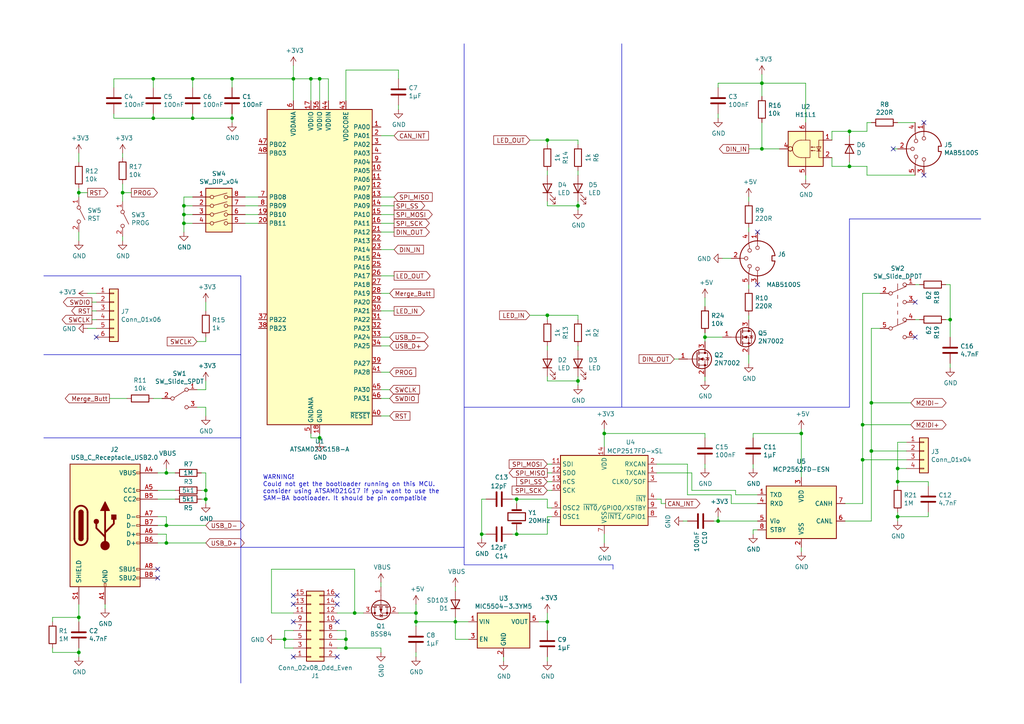
<source format=kicad_sch>
(kicad_sch (version 20230121) (generator eeschema)
  (paper "A4")
  (title_block (title "M2IDI - DIN") (date "2023-03-17") (rev "2.1"))
  (junction (at 55.88 22.86))
  (junction (at 53.34 59.69))
  (junction (at 158.75 40.64))
  (junction (at 53.34 62.23))
  (junction (at 48.26 137.16))
  (junction (at 100.33 185.42))
  (junction (at 167.64 59.69))
  (junction (at 139.7 154.94))
  (junction (at 82.55 185.42))
  (junction (at 100.33 187.96))
  (junction (at 44.45 22.86))
  (junction (at 48.26 157.48))
  (junction (at 67.31 22.86))
  (junction (at 120.65 177.8))
  (junction (at 260.35 149.86))
  (junction (at 22.86 179.07))
  (junction (at 220.98 24.13))
  (junction (at 250.19 133.35))
  (junction (at 250.19 123.19))
  (junction (at 120.65 180.34))
  (junction (at 67.31 34.29))
  (junction (at 102.87 177.8))
  (junction (at 132.08 180.34))
  (junction (at 275.59 92.71))
  (junction (at 90.17 22.86))
  (junction (at 22.86 55.88))
  (junction (at 59.69 142.24))
  (junction (at 55.88 34.29))
  (junction (at 252.73 116.84))
  (junction (at 35.56 55.88))
  (junction (at 220.98 43.18))
  (junction (at 59.69 144.78))
  (junction (at 167.64 110.49))
  (junction (at 53.34 64.77))
  (junction (at 260.35 135.89))
  (junction (at 246.38 38.1))
  (junction (at 92.71 127))
  (junction (at 44.45 34.29))
  (junction (at 158.75 180.34))
  (junction (at 208.28 151.13))
  (junction (at 204.47 97.79))
  (junction (at 246.38 48.26))
  (junction (at 92.71 22.86))
  (junction (at 149.86 144.78))
  (junction (at 252.73 130.81))
  (junction (at 175.26 125.73))
  (junction (at 48.26 152.4))
  (junction (at 260.35 139.7))
  (junction (at 22.86 189.23))
  (junction (at 85.09 22.86))
  (junction (at 149.86 154.94))
  (junction (at 158.75 91.44))
  (junction (at 232.41 125.73))
  (no_connect (at 85.09 175.26))
  (no_connect (at 265.43 97.79))
  (no_connect (at 267.97 50.8))
  (no_connect (at 219.71 82.55))
  (no_connect (at 97.79 172.72))
  (no_connect (at 45.72 165.1))
  (no_connect (at 97.79 190.5))
  (no_connect (at 97.79 175.26))
  (no_connect (at 27.94 97.79))
  (no_connect (at 267.97 35.56))
  (no_connect (at 85.09 180.34))
  (no_connect (at 265.43 87.63))
  (no_connect (at 259.08 43.18))
  (no_connect (at 219.71 67.31))
  (no_connect (at 97.79 180.34))
  (no_connect (at 85.09 172.72))
  (no_connect (at 85.09 190.5))
  (no_connect (at 45.72 167.64))
  (wire (pts (xy 204.47 86.36) (xy 204.47 88.9)))
  (wire (pts (xy 85.09 187.96) (xy 82.55 187.96)))
  (wire (pts (xy 175.26 157.48) (xy 175.26 154.94)))
  (wire (pts (xy 262.89 128.27) (xy 260.35 128.27)))
  (wire (pts (xy 250.19 123.19) (xy 264.16 123.19)))
  (wire (pts (xy 260.35 35.56) (xy 265.43 35.56)))
  (wire (pts (xy 220.98 35.56) (xy 220.98 43.18)))
  (wire (pts (xy 35.56 69.85) (xy 35.56 68.58)))
  (wire (pts (xy 113.03 115.57) (xy 110.49 115.57)))
  (wire (pts (xy 53.34 62.23) (xy 55.88 62.23)))
  (wire (pts (xy 100.33 185.42) (xy 100.33 187.96)))
  (wire (pts (xy 67.31 34.29) (xy 55.88 34.29)))
  (wire (pts (xy 82.55 187.96) (xy 82.55 185.42)))
  (wire (pts (xy 274.32 82.55) (xy 275.59 82.55)))
  (wire (pts (xy 246.38 46.99) (xy 246.38 48.26)))
  (wire (pts (xy 251.46 38.1) (xy 246.38 38.1)))
  (wire (pts (xy 275.59 92.71) (xy 274.32 92.71)))
  (wire (pts (xy 59.69 137.16) (xy 59.69 142.24)))
  (wire (pts (xy 59.69 110.49) (xy 59.69 113.03)))
  (wire (pts (xy 262.89 130.81) (xy 252.73 130.81)))
  (wire (pts (xy 262.89 133.35) (xy 250.19 133.35)))
  (wire (pts (xy 158.75 177.8) (xy 158.75 180.34)))
  (wire (pts (xy 100.33 20.32) (xy 100.33 29.21)))
  (wire (pts (xy 53.34 64.77) (xy 53.34 62.23)))
  (wire (pts (xy 22.86 189.23) (xy 22.86 190.5)))
  (wire (pts (xy 219.71 146.05) (xy 212.09 146.05)))
  (wire (pts (xy 260.35 43.18) (xy 259.08 43.18)))
  (wire (pts (xy 146.05 190.5) (xy 146.05 191.77)))
  (wire (pts (xy 232.41 160.02) (xy 232.41 158.75)))
  (wire (pts (xy 233.68 24.13) (xy 220.98 24.13)))
  (wire (pts (xy 53.34 67.31) (xy 53.34 64.77)))
  (wire (pts (xy 15.24 180.34) (xy 15.24 179.07)))
  (wire (pts (xy 158.75 91.44) (xy 167.64 91.44)))
  (wire (pts (xy 220.98 43.18) (xy 226.06 43.18)))
  (wire (pts (xy 246.38 48.26) (xy 241.3 48.26)))
  (wire (pts (xy 85.09 22.86) (xy 90.17 22.86)))
  (wire (pts (xy 97.79 177.8) (xy 102.87 177.8)))
  (wire (pts (xy 158.75 191.77) (xy 158.75 190.5)))
  (wire (pts (xy 148.59 144.78) (xy 149.86 144.78)))
  (wire (pts (xy 48.26 157.48) (xy 45.72 157.48)))
  (polyline (pts (xy 134.62 158.75) (xy 69.85 158.75)))
  (wire (pts (xy 158.75 50.8) (xy 158.75 49.53)))
  (wire (pts (xy 158.75 142.24) (xy 160.02 142.24)))
  (wire (pts (xy 219.71 143.51) (xy 213.36 143.51)))
  (wire (pts (xy 102.87 177.8) (xy 102.87 165.1)))
  (wire (pts (xy 260.35 128.27) (xy 260.35 135.89)))
  (wire (pts (xy 45.72 144.78) (xy 50.8 144.78)))
  (wire (pts (xy 175.26 124.46) (xy 175.26 125.73)))
  (wire (pts (xy 167.64 49.53) (xy 167.64 50.8)))
  (wire (pts (xy 115.57 20.32) (xy 100.33 20.32)))
  (wire (pts (xy 217.17 92.71) (xy 217.17 91.44)))
  (wire (pts (xy 57.15 99.06) (xy 59.69 99.06)))
  (wire (pts (xy 33.02 25.4) (xy 33.02 22.86)))
  (wire (pts (xy 275.59 92.71) (xy 275.59 97.79)))
  (wire (pts (xy 160.02 139.7) (xy 158.75 139.7)))
  (wire (pts (xy 245.11 146.05) (xy 250.19 146.05)))
  (wire (pts (xy 120.65 189.23) (xy 120.65 190.5)))
  (wire (pts (xy 44.45 22.86) (xy 55.88 22.86)))
  (wire (pts (xy 167.64 58.42) (xy 167.64 59.69)))
  (wire (pts (xy 269.24 140.97) (xy 269.24 139.7)))
  (polyline (pts (xy 12.7 80.01) (xy 69.85 80.01)))
  (wire (pts (xy 25.4 95.25) (xy 27.94 95.25)))
  (wire (pts (xy 265.43 50.8) (xy 251.46 50.8)))
  (wire (pts (xy 48.26 154.94) (xy 48.26 157.48)))
  (wire (pts (xy 212.09 146.05) (xy 212.09 143.51)))
  (wire (pts (xy 22.86 179.07) (xy 22.86 180.34)))
  (wire (pts (xy 218.44 125.73) (xy 232.41 125.73)))
  (wire (pts (xy 209.55 97.79) (xy 204.47 97.79)))
  (wire (pts (xy 167.64 40.64) (xy 167.64 41.91)))
  (wire (pts (xy 82.55 185.42) (xy 82.55 182.88)))
  (wire (pts (xy 252.73 130.81) (xy 252.73 151.13)))
  (wire (pts (xy 199.39 134.62) (xy 190.5 134.62)))
  (wire (pts (xy 35.56 44.45) (xy 35.56 45.72)))
  (wire (pts (xy 100.33 187.96) (xy 97.79 187.96)))
  (wire (pts (xy 55.88 33.02) (xy 55.88 34.29)))
  (wire (pts (xy 153.67 91.44) (xy 158.75 91.44)))
  (wire (pts (xy 149.86 144.78) (xy 158.75 144.78)))
  (wire (pts (xy 158.75 154.94) (xy 158.75 149.86)))
  (wire (pts (xy 114.3 90.17) (xy 110.49 90.17)))
  (wire (pts (xy 213.36 142.24) (xy 200.66 142.24)))
  (wire (pts (xy 252.73 35.56) (xy 251.46 35.56)))
  (wire (pts (xy 208.28 149.86) (xy 208.28 151.13)))
  (wire (pts (xy 156.21 180.34) (xy 158.75 180.34)))
  (polyline (pts (xy 12.7 127) (xy 69.85 127)))
  (wire (pts (xy 33.02 33.02) (xy 33.02 34.29)))
  (wire (pts (xy 204.47 125.73) (xy 175.26 125.73)))
  (wire (pts (xy 15.24 189.23) (xy 22.86 189.23)))
  (wire (pts (xy 59.69 142.24) (xy 58.42 142.24)))
  (wire (pts (xy 200.66 137.16) (xy 190.5 137.16)))
  (wire (pts (xy 85.09 22.86) (xy 85.09 29.21)))
  (wire (pts (xy 260.35 151.13) (xy 260.35 149.86)))
  (wire (pts (xy 191.77 146.05) (xy 191.77 144.78)))
  (wire (pts (xy 217.17 67.31) (xy 217.17 66.04)))
  (wire (pts (xy 132.08 185.42) (xy 132.08 180.34)))
  (polyline (pts (xy 177.8 163.83) (xy 177.8 165.1)))
  (wire (pts (xy 102.87 177.8) (xy 105.41 177.8)))
  (wire (pts (xy 153.67 40.64) (xy 158.75 40.64)))
  (wire (pts (xy 120.65 177.8) (xy 120.65 180.34)))
  (wire (pts (xy 46.99 115.57) (xy 44.45 115.57)))
  (wire (pts (xy 102.87 165.1) (xy 78.74 165.1)))
  (wire (pts (xy 33.02 22.86) (xy 44.45 22.86)))
  (wire (pts (xy 241.3 48.26) (xy 241.3 45.72)))
  (wire (pts (xy 45.72 154.94) (xy 48.26 154.94)))
  (wire (pts (xy 48.26 157.48) (xy 59.69 157.48)))
  (wire (pts (xy 55.88 64.77) (xy 53.34 64.77)))
  (wire (pts (xy 35.56 55.88) (xy 38.1 55.88)))
  (wire (pts (xy 58.42 137.16) (xy 59.69 137.16)))
  (wire (pts (xy 149.86 154.94) (xy 158.75 154.94)))
  (wire (pts (xy 35.56 58.42) (xy 35.56 55.88)))
  (wire (pts (xy 139.7 156.21) (xy 139.7 154.94)))
  (wire (pts (xy 208.28 33.02) (xy 208.28 34.29)))
  (wire (pts (xy 48.26 152.4) (xy 45.72 152.4)))
  (wire (pts (xy 198.12 151.13) (xy 199.39 151.13)))
  (wire (pts (xy 251.46 50.8) (xy 251.46 48.26)))
  (wire (pts (xy 265.43 92.71) (xy 266.7 92.71)))
  (wire (pts (xy 260.35 139.7) (xy 260.35 140.97)))
  (wire (pts (xy 22.86 175.26) (xy 22.86 179.07)))
  (wire (pts (xy 85.09 185.42) (xy 82.55 185.42)))
  (wire (pts (xy 218.44 135.89) (xy 218.44 134.62)))
  (wire (pts (xy 114.3 80.01) (xy 110.49 80.01)))
  (wire (pts (xy 45.72 142.24) (xy 50.8 142.24)))
  (wire (pts (xy 59.69 146.05) (xy 59.69 144.78)))
  (wire (pts (xy 44.45 34.29) (xy 44.45 33.02)))
  (wire (pts (xy 48.26 135.89) (xy 48.26 137.16)))
  (wire (pts (xy 114.3 67.31) (xy 110.49 67.31)))
  (wire (pts (xy 167.64 111.76) (xy 167.64 110.49)))
  (wire (pts (xy 139.7 154.94) (xy 139.7 144.78)))
  (wire (pts (xy 217.17 102.87) (xy 217.17 105.41)))
  (wire (pts (xy 44.45 25.4) (xy 44.45 22.86)))
  (wire (pts (xy 217.17 83.82) (xy 217.17 82.55)))
  (wire (pts (xy 232.41 125.73) (xy 232.41 138.43)))
  (wire (pts (xy 115.57 31.75) (xy 115.57 30.48)))
  (wire (pts (xy 241.3 38.1) (xy 241.3 40.64)))
  (wire (pts (xy 265.43 82.55) (xy 266.7 82.55)))
  (wire (pts (xy 22.86 55.88) (xy 25.4 55.88)))
  (wire (pts (xy 78.74 165.1) (xy 78.74 177.8)))
  (wire (pts (xy 208.28 151.13) (xy 219.71 151.13)))
  (wire (pts (xy 48.26 137.16) (xy 45.72 137.16)))
  (wire (pts (xy 90.17 125.73) (xy 90.17 127)))
  (wire (pts (xy 100.33 182.88) (xy 100.33 185.42)))
  (wire (pts (xy 26.67 87.63) (xy 27.94 87.63)))
  (wire (pts (xy 218.44 153.67) (xy 218.44 154.94)))
  (wire (pts (xy 110.49 187.96) (xy 110.49 189.23)))
  (wire (pts (xy 149.86 153.67) (xy 149.86 154.94)))
  (wire (pts (xy 30.48 176.53) (xy 30.48 175.26)))
  (wire (pts (xy 160.02 147.32) (xy 158.75 147.32)))
  (wire (pts (xy 199.39 143.51) (xy 199.39 134.62)))
  (wire (pts (xy 90.17 22.86) (xy 92.71 22.86)))
  (wire (pts (xy 92.71 22.86) (xy 95.25 22.86)))
  (wire (pts (xy 132.08 171.45) (xy 132.08 170.18)))
  (wire (pts (xy 95.25 22.86) (xy 95.25 29.21)))
  (wire (pts (xy 167.64 110.49) (xy 167.64 109.22)))
  (wire (pts (xy 208.28 24.13) (xy 208.28 25.4)))
  (wire (pts (xy 90.17 29.21) (xy 90.17 22.86)))
  (wire (pts (xy 252.73 95.25) (xy 252.73 116.84)))
  (wire (pts (xy 255.27 85.09) (xy 250.19 85.09)))
  (wire (pts (xy 67.31 25.4) (xy 67.31 22.86)))
  (wire (pts (xy 220.98 24.13) (xy 220.98 27.94)))
  (wire (pts (xy 135.89 185.42) (xy 132.08 185.42)))
  (wire (pts (xy 48.26 137.16) (xy 50.8 137.16)))
  (wire (pts (xy 59.69 118.11) (xy 57.15 118.11)))
  (wire (pts (xy 158.75 101.6) (xy 158.75 100.33)))
  (wire (pts (xy 67.31 22.86) (xy 85.09 22.86)))
  (wire (pts (xy 55.88 59.69) (xy 53.34 59.69)))
  (wire (pts (xy 71.12 64.77) (xy 74.93 64.77)))
  (wire (pts (xy 71.12 59.69) (xy 74.93 59.69)))
  (wire (pts (xy 204.47 109.22) (xy 204.47 110.49)))
  (wire (pts (xy 204.47 135.89) (xy 204.47 134.62)))
  (wire (pts (xy 204.47 97.79) (xy 204.47 99.06)))
  (wire (pts (xy 120.65 175.26) (xy 120.65 177.8)))
  (wire (pts (xy 120.65 180.34) (xy 132.08 180.34)))
  (wire (pts (xy 220.98 21.59) (xy 220.98 24.13)))
  (wire (pts (xy 22.86 54.61) (xy 22.86 55.88)))
  (wire (pts (xy 200.66 142.24) (xy 200.66 137.16)))
  (wire (pts (xy 110.49 97.79) (xy 113.03 97.79)))
  (wire (pts (xy 110.49 168.91) (xy 110.49 170.18)))
  (polyline (pts (xy 246.38 63.5) (xy 284.48 63.5)))
  (wire (pts (xy 67.31 33.02) (xy 67.31 34.29)))
  (wire (pts (xy 74.93 57.15) (xy 71.12 57.15)))
  (wire (pts (xy 45.72 149.86) (xy 48.26 149.86)))
  (wire (pts (xy 233.68 24.13) (xy 233.68 35.56)))
  (wire (pts (xy 158.75 40.64) (xy 167.64 40.64)))
  (wire (pts (xy 25.4 85.09) (xy 27.94 85.09)))
  (wire (pts (xy 158.75 110.49) (xy 158.75 109.22)))
  (wire (pts (xy 260.35 149.86) (xy 269.24 149.86)))
  (wire (pts (xy 158.75 59.69) (xy 158.75 58.42)))
  (wire (pts (xy 158.75 41.91) (xy 158.75 40.64)))
  (wire (pts (xy 82.55 185.42) (xy 80.01 185.42)))
  (polyline (pts (xy 69.85 80.01) (xy 69.85 198.12)))
  (wire (pts (xy 233.68 50.8) (xy 233.68 52.07)))
  (wire (pts (xy 208.28 24.13) (xy 220.98 24.13)))
  (wire (pts (xy 92.71 29.21) (xy 92.71 22.86)))
  (wire (pts (xy 55.88 25.4) (xy 55.88 22.86)))
  (wire (pts (xy 114.3 62.23) (xy 110.49 62.23)))
  (wire (pts (xy 33.02 34.29) (xy 44.45 34.29)))
  (wire (pts (xy 53.34 57.15) (xy 55.88 57.15)))
  (wire (pts (xy 246.38 39.37) (xy 246.38 38.1)))
  (wire (pts (xy 158.75 137.16) (xy 160.02 137.16)))
  (polyline (pts (xy 246.38 118.11) (xy 246.38 63.5)))
  (wire (pts (xy 140.97 154.94) (xy 139.7 154.94)))
  (wire (pts (xy 160.02 134.62) (xy 158.75 134.62)))
  (wire (pts (xy 55.88 34.29) (xy 44.45 34.29)))
  (wire (pts (xy 217.17 43.18) (xy 220.98 43.18)))
  (wire (pts (xy 15.24 187.96) (xy 15.24 189.23)))
  (wire (pts (xy 218.44 125.73) (xy 218.44 127)))
  (wire (pts (xy 26.67 90.17) (xy 27.94 90.17)))
  (wire (pts (xy 275.59 82.55) (xy 275.59 92.71)))
  (wire (pts (xy 113.03 100.33) (xy 110.49 100.33)))
  (wire (pts (xy 246.38 38.1) (xy 241.3 38.1)))
  (wire (pts (xy 59.69 90.17) (xy 59.69 87.63)))
  (wire (pts (xy 67.31 34.29) (xy 67.31 35.56)))
  (wire (pts (xy 269.24 139.7) (xy 260.35 139.7)))
  (wire (pts (xy 195.58 104.14) (xy 196.85 104.14)))
  (wire (pts (xy 208.28 151.13) (xy 207.01 151.13)))
  (wire (pts (xy 59.69 113.03) (xy 57.15 113.03)))
  (wire (pts (xy 78.74 177.8) (xy 85.09 177.8)))
  (wire (pts (xy 22.86 46.99) (xy 22.86 44.45)))
  (wire (pts (xy 260.35 135.89) (xy 260.35 139.7)))
  (wire (pts (xy 110.49 72.39) (xy 114.3 72.39)))
  (wire (pts (xy 158.75 92.71) (xy 158.75 91.44)))
  (wire (pts (xy 167.64 59.69) (xy 167.64 60.96)))
  (wire (pts (xy 113.03 120.65) (xy 110.49 120.65)))
  (wire (pts (xy 92.71 127) (xy 92.71 125.73)))
  (wire (pts (xy 232.41 124.46) (xy 232.41 125.73)))
  (wire (pts (xy 48.26 149.86) (xy 48.26 152.4)))
  (wire (pts (xy 97.79 182.88) (xy 100.33 182.88)))
  (wire (pts (xy 59.69 120.65) (xy 59.69 118.11)))
  (wire (pts (xy 59.69 144.78) (xy 58.42 144.78)))
  (wire (pts (xy 22.86 189.23) (xy 22.86 187.96)))
  (wire (pts (xy 27.94 92.71) (xy 26.67 92.71)))
  (wire (pts (xy 59.69 99.06) (xy 59.69 97.79)))
  (wire (pts (xy 209.55 74.93) (xy 212.09 74.93)))
  (wire (pts (xy 250.19 85.09) (xy 250.19 123.19)))
  (wire (pts (xy 252.73 116.84) (xy 252.73 130.81)))
  (wire (pts (xy 158.75 147.32) (xy 158.75 144.78)))
  (wire (pts (xy 191.77 144.78) (xy 190.5 144.78)))
  (wire (pts (xy 90.17 127) (xy 92.71 127)))
  (wire (pts (xy 251.46 35.56) (xy 251.46 38.1)))
  (wire (pts (xy 22.86 69.85) (xy 22.86 67.31)))
  (wire (pts (xy 219.71 153.67) (xy 218.44 153.67)))
  (wire (pts (xy 120.65 180.34) (xy 120.65 181.61)))
  (wire (pts (xy 35.56 53.34) (xy 35.56 55.88)))
  (polyline (pts (xy 69.85 102.87) (xy 12.7 102.87)))
  (wire (pts (xy 113.03 85.09) (xy 110.49 85.09)))
  (wire (pts (xy 132.08 179.07) (xy 132.08 180.34)))
  (wire (pts (xy 213.36 143.51) (xy 213.36 142.24)))
  (wire (pts (xy 114.3 57.15) (xy 110.49 57.15)))
  (wire (pts (xy 22.86 57.15) (xy 22.86 55.88)))
  (wire (pts (xy 110.49 59.69) (xy 114.3 59.69)))
  (wire (pts (xy 275.59 106.68) (xy 275.59 105.41)))
  (wire (pts (xy 167.64 59.69) (xy 158.75 59.69)))
  (wire (pts (xy 251.46 48.26) (xy 246.38 48.26)))
  (wire (pts (xy 48.26 152.4) (xy 59.69 152.4)))
  (wire (pts (xy 175.26 125.73) (xy 175.26 129.54)))
  (wire (pts (xy 217.17 57.15) (xy 217.17 58.42)))
  (wire (pts (xy 158.75 180.34) (xy 158.75 182.88)))
  (wire (pts (xy 167.64 91.44) (xy 167.64 92.71)))
  (wire (pts (xy 245.11 151.13) (xy 252.73 151.13)))
  (wire (pts (xy 85.09 19.05) (xy 85.09 22.86)))
  (polyline (pts (xy 134.62 12.7) (xy 134.62 163.83)))
  (wire (pts (xy 158.75 149.86) (xy 160.02 149.86)))
  (wire (pts (xy 167.64 100.33) (xy 167.64 101.6)))
  (polyline (pts (xy 180.34 118.11) (xy 180.34 12.7)))
  (wire (pts (xy 255.27 95.25) (xy 252.73 95.25)))
  (wire (pts (xy 100.33 187.96) (xy 110.49 187.96)))
  (wire (pts (xy 110.49 39.37) (xy 114.3 39.37)))
  (wire (pts (xy 148.59 154.94) (xy 149.86 154.94)))
  (wire (pts (xy 139.7 144.78) (xy 140.97 144.78)))
  (wire (pts (xy 59.69 144.78) (xy 59.69 142.24)))
  (wire (pts (xy 55.88 22.86) (xy 67.31 22.86)))
  (wire (pts (xy 53.34 59.69) (xy 53.34 57.15)))
  (wire (pts (xy 36.83 115.57) (xy 31.75 115.57)))
  (wire (pts (xy 193.04 146.05) (xy 191.77 146.05)))
  (wire (pts (xy 92.71 128.27) (xy 92.71 127)))
  (wire (pts (xy 260.35 135.89) (xy 262.89 135.89)))
  (wire (pts (xy 260.35 149.86) (xy 260.35 148.59)))
  (wire (pts (xy 204.47 96.52) (xy 204.47 97.79)))
  (wire (pts (xy 115.57 177.8) (xy 120.65 177.8)))
  (polyline (pts (xy 134.62 163.83) (xy 177.8 163.83)))
  (wire (pts (xy 204.47 127) (xy 204.47 125.73)))
  (wire (pts (xy 132.08 180.34) (xy 135.89 180.34)))
  (wire (pts (xy 250.19 123.19) (xy 250.19 133.35)))
  (wire (pts (xy 250.19 133.35) (xy 250.19 146.05)))
  (wire (pts (xy 15.24 179.07) (xy 22.86 179.07)))
  (wire (pts (xy 149.86 146.05) (xy 149.86 144.78)))
  (wire (pts (xy 74.93 62.23) (xy 71.12 62.23)))
  (wire (pts (xy 113.03 107.95) (xy 110.49 107.95)))
  (wire (pts (xy 110.49 113.03) (xy 113.03 113.03)))
  (wire (pts (xy 115.57 22.86) (xy 115.57 20.32)))
  (polyline (pts (xy 134.62 118.11) (xy 246.38 118.11)))
  (wire (pts (xy 167.64 110.49) (xy 158.75 110.49)))
  (wire (pts (xy 82.55 182.88) (xy 85.09 182.88)))
  (wire (pts (xy 114.3 64.77) (xy 110.49 64.77)))
  (wire (pts (xy 53.34 62.23) (xy 53.34 59.69)))
  (wire (pts (xy 252.73 116.84) (xy 264.16 116.84)))
  (wire (pts (xy 97.79 185.42) (xy 100.33 185.42)))
  (wire (pts (xy 269.24 149.86) (xy 269.24 148.59)))
  (wire (pts (xy 212.09 143.51) (xy 199.39 143.51)))
  (text "WARNING!\nCould not get the bootloader running on this MCU.\nconsider using ATSAMD21G17 if you want to use the \nSAM-BA bootloader. It should be pin compatible" (at 76.2 145.415 0) (effects (font (size 1.27 1.27)) (justify left bottom)))
  (global_label "SPI_MISO" (shape input) (at 114.3 57.15 0) (property "Intersheetrefs" "${INTERSHEET_REFS}" (effects hide)))
  (global_label "SPI_SS" (shape input) (at 158.75 139.7 180) (property "Intersheetrefs" "${INTERSHEET_REFS}" (effects hide)))
  (global_label "SWDIO" (shape input) (at 113.03 115.57 0) (property "Intersheetrefs" "${INTERSHEET_REFS}" (effects hide)))
  (global_label "CAN_INT" (shape output) (at 193.04 146.05 0) (property "Intersheetrefs" "${INTERSHEET_REFS}" (effects hide)))
  (global_label "USB_D-" (shape bidirectional) (at 113.03 97.79 0) (property "Intersheetrefs" "${INTERSHEET_REFS}" (effects hide)))
  (global_label "SWDIO" (shape output) (at 26.67 87.63 180) (property "Intersheetrefs" "${INTERSHEET_REFS}" (effects hide)))
  (global_label "CAN_INT" (shape input) (at 114.3 39.37 0) (property "Intersheetrefs" "${INTERSHEET_REFS}" (effects hide)))
  (global_label "Merge_Butt" (shape input) (at 113.03 85.09 0) (property "Intersheetrefs" "${INTERSHEET_REFS}" (effects hide)))
  (global_label "DIN_OUT" (shape input) (at 195.58 104.14 180) (property "Intersheetrefs" "${INTERSHEET_REFS}" (effects hide)))
  (global_label "PROG" (shape output) (at 38.1 55.88 0) (property "Intersheetrefs" "${INTERSHEET_REFS}" (effects hide)))
  (global_label "RST" (shape output) (at 26.67 90.17 180) (property "Intersheetrefs" "${INTERSHEET_REFS}" (effects hide)))
  (global_label "USB_D+" (shape bidirectional) (at 113.03 100.33 0) (property "Intersheetrefs" "${INTERSHEET_REFS}" (effects hide)))
  (global_label "RST" (shape input) (at 113.03 120.65 0) (property "Intersheetrefs" "${INTERSHEET_REFS}" (effects hide)))
  (global_label "LED_IN" (shape input) (at 153.67 91.44 180) (property "Intersheetrefs" "${INTERSHEET_REFS}" (effects hide)))
  (global_label "SWCLK" (shape input) (at 57.15 99.06 180) (property "Intersheetrefs" "${INTERSHEET_REFS}" (effects hide)))
  (global_label "DIN_IN" (shape input) (at 114.3 72.39 0) (property "Intersheetrefs" "${INTERSHEET_REFS}" (effects hide)))
  (global_label "DIN_OUT" (shape output) (at 114.3 67.31 0) (property "Intersheetrefs" "${INTERSHEET_REFS}" (effects hide)))
  (global_label "LED_OUT" (shape input) (at 153.67 40.64 180) (property "Intersheetrefs" "${INTERSHEET_REFS}" (effects hide)))
  (global_label "Merge_Butt" (shape output) (at 31.75 115.57 180) (property "Intersheetrefs" "${INTERSHEET_REFS}" (effects hide)))
  (global_label "SWCLK" (shape output) (at 26.67 92.71 180) (property "Intersheetrefs" "${INTERSHEET_REFS}" (effects hide)))
  (global_label "RST" (shape output) (at 25.4 55.88 0) (property "Intersheetrefs" "${INTERSHEET_REFS}" (effects hide)))
  (global_label "M2IDI+" (shape bidirectional) (at 264.16 123.19 0) (property "Intersheetrefs" "${INTERSHEET_REFS}" (effects hide)))
  (global_label "SPI_MOSI" (shape input) (at 158.75 134.62 180) (property "Intersheetrefs" "${INTERSHEET_REFS}" (effects hide)))
  (global_label "LED_IN" (shape output) (at 114.3 90.17 0) (property "Intersheetrefs" "${INTERSHEET_REFS}" (effects hide)))
  (global_label "DIN_IN" (shape output) (at 217.17 43.18 180) (property "Intersheetrefs" "${INTERSHEET_REFS}" (effects hide)))
  (global_label "LED_OUT" (shape output) (at 114.3 80.01 0) (property "Intersheetrefs" "${INTERSHEET_REFS}" (effects hide)))
  (global_label "USB_D-" (shape bidirectional) (at 59.69 152.4 0) (property "Intersheetrefs" "${INTERSHEET_REFS}" (effects hide)))
  (global_label "SPI_MISO" (shape output) (at 158.75 137.16 180) (property "Intersheetrefs" "${INTERSHEET_REFS}" (effects hide)))
  (global_label "USB_D+" (shape bidirectional) (at 59.69 157.48 0) (property "Intersheetrefs" "${INTERSHEET_REFS}" (effects hide)))
  (global_label "M2IDI-" (shape bidirectional) (at 264.16 116.84 0) (property "Intersheetrefs" "${INTERSHEET_REFS}" (effects hide)))
  (global_label "SPI_SCK" (shape output) (at 114.3 64.77 0) (property "Intersheetrefs" "${INTERSHEET_REFS}" (effects hide)))
  (global_label "SWCLK" (shape input) (at 113.03 113.03 0) (property "Intersheetrefs" "${INTERSHEET_REFS}" (effects hide)))
  (global_label "SPI_SCK" (shape input) (at 158.75 142.24 180) (property "Intersheetrefs" "${INTERSHEET_REFS}" (effects hide)))
  (global_label "SPI_SS" (shape output) (at 114.3 59.69 0) (property "Intersheetrefs" "${INTERSHEET_REFS}" (effects hide)))
  (global_label "PROG" (shape input) (at 113.03 107.95 0) (property "Intersheetrefs" "${INTERSHEET_REFS}" (effects hide)))
  (global_label "SPI_MOSI" (shape output) (at 114.3 62.23 0) (property "Intersheetrefs" "${INTERSHEET_REFS}" (effects hide)))
  (symbol (lib_id "power:GND") (at 92.71 128.27 0) (unit 1)
    (property "Reference" "#PWR0102" (effects hide))
    (property "Value" "GND" (at 92.837 132.6642 0))
  )
  (symbol (lib_id "power:GND") (at 233.68 52.07 0) (unit 1)
    (property "Reference" "#PWR0103" (effects hide))
    (property "Value" "GND" (at 233.807 56.4642 0))
  )
  (symbol (lib_id "Device:D") (at 246.38 43.18 270) (unit 1)
    (property "Reference" "D6" (at 248.412 42.0116 90) (effects (justify left)))
    (property "Value" "D" (at 248.412 44.323 90) (effects (justify left)))
    (property "Footprint" "Diode_SMD:D_SOD-323_HandSoldering" (effects hide))
  )
  (symbol (lib_id "Device:R") (at 256.54 35.56 270) (unit 1)
    (property "Reference" "R8" (at 256.54 30.3022 90))
    (property "Value" "220R" (at 256.54 32.6136 90))
    (property "Footprint" "Resistor_SMD:R_0603_1608Metric" (effects hide))
  )
  (symbol (lib_id "power:GND") (at 209.55 74.93 270) (unit 1)
    (property "Reference" "#PWR0104" (effects hide))
    (property "Value" "GND" (at 206.2988 75.057 90) (effects (justify right)))
  )
  (symbol (lib_id "Connector:DIN-5_180degree") (at 267.97 43.18 90) (mirror x) (unit 1)
    (property "Reference" "J5" (at 273.812 42.0116 90) (effects (justify right)))
    (property "Value" "MAB5100S" (at 273.812 44.323 90) (effects (justify right)))
    (property "Footprint" "Custom_FP:DIN-5_Hirschmann" (effects hide))
    (property "Datasheet" "http://www.mouser.com/ds/2/18/40_c091_abd_e-75918.pdf" (effects hide))
  )
  (symbol (lib_id "Connector:DIN-5_180degree") (at 219.71 74.93 90) (mirror x) (unit 1)
    (property "Reference" "J6" (at 225.552 73.7616 90) (effects (justify right)))
    (property "Value" "MAB5100S" (at 222.25 82.55 90) (effects (justify right)))
    (property "Footprint" "Custom_FP:DIN-5_Hirschmann" (effects hide))
    (property "Datasheet" "http://www.mouser.com/ds/2/18/40_c091_abd_e-75918.pdf" (effects hide))
  )
  (symbol (lib_id "power:GND") (at 59.69 120.65 0) (unit 1)
    (property "Reference" "#PWR0110" (effects hide))
    (property "Value" "GND" (at 59.817 125.0442 0))
  )
  (symbol (lib_id "Device:R") (at 217.17 62.23 0) (unit 1)
    (property "Reference" "R9" (at 218.948 61.0616 0) (effects (justify left)))
    (property "Value" "220R" (at 218.948 63.373 0) (effects (justify left)))
    (property "Footprint" "Resistor_SMD:R_0603_1608Metric" (effects hide))
  )
  (symbol (lib_id "Device:R") (at 217.17 87.63 0) (unit 1)
    (property "Reference" "R10" (at 218.948 86.4616 0) (effects (justify left)))
    (property "Value" "220R" (at 218.948 88.773 0) (effects (justify left)))
    (property "Footprint" "Resistor_SMD:R_0603_1608Metric" (effects hide))
  )
  (symbol (lib_id "power:GND") (at 217.17 105.41 0) (unit 1)
    (property "Reference" "#PWR0107" (effects hide))
    (property "Value" "GND" (at 217.297 109.8042 0))
  )
  (symbol (lib_id "Device:LED") (at 158.75 105.41 90) (unit 1)
    (property "Reference" "D2" (at 161.7472 104.4194 90) (effects (justify right)))
    (property "Value" "LED" (at 161.7472 106.7308 90) (effects (justify right)))
    (property "Footprint" "LED_THT:LED_D3.0mm" (effects hide))
  )
  (symbol (lib_id "Device:LED") (at 158.75 54.61 90) (unit 1)
    (property "Reference" "D4" (at 161.7472 53.6194 90) (effects (justify right)))
    (property "Value" "LED" (at 161.7472 55.9308 90) (effects (justify right)))
    (property "Footprint" "LED_THT:LED_D3.0mm" (effects hide))
  )
  (symbol (lib_id "Device:R") (at 167.64 96.52 180) (unit 1)
    (property "Reference" "R2" (at 172.8978 96.52 90))
    (property "Value" "1k" (at 170.5864 96.52 90))
    (property "Footprint" "Resistor_SMD:R_0603_1608Metric" (effects hide))
  )
  (symbol (lib_id "Device:R") (at 167.64 45.72 180) (unit 1)
    (property "Reference" "R6" (at 172.8978 45.72 90))
    (property "Value" "1k" (at 170.5864 45.72 90))
    (property "Footprint" "Resistor_SMD:R_0603_1608Metric" (effects hide))
  )
  (symbol (lib_id "power:GND") (at 167.64 60.96 0) (unit 1)
    (property "Reference" "#PWR0111" (effects hide))
    (property "Value" "GND" (at 167.767 65.3542 0))
  )
  (symbol (lib_id "power:GND") (at 167.64 111.76 0) (unit 1)
    (property "Reference" "#PWR0112" (effects hide))
    (property "Value" "GND" (at 167.767 116.1542 0))
  )
  (symbol (lib_id "Device:LED") (at 167.64 105.41 90) (unit 1)
    (property "Reference" "D3" (at 170.6372 104.4194 90) (effects (justify right)))
    (property "Value" "LED" (at 170.6372 106.7308 90) (effects (justify right)))
    (property "Footprint" "LED_THT:LED_D3.0mm" (effects hide))
  )
  (symbol (lib_id "Device:LED") (at 167.64 54.61 90) (unit 1)
    (property "Reference" "D5" (at 170.6372 53.6194 90) (effects (justify right)))
    (property "Value" "LED" (at 170.6372 55.9308 90) (effects (justify right)))
    (property "Footprint" "LED_THT:LED_D3.0mm" (effects hide))
  )
  (symbol (lib_id "Switch:SW_SPDT") (at 52.07 115.57 0) (unit 1)
    (property "Reference" "SW1" (at 52.07 108.331 0))
    (property "Value" "SW_Slide_SPDT" (at 52.07 110.6424 0))
    (property "Footprint" "Custom_FP:SlideSwitch-SS12D10" (effects hide))
  )
  (symbol (lib_id "Connector_Generic:Conn_02x08_Odd_Even") (at 90.17 182.88 0) (mirror x) (unit 1)
    (property "Reference" "J1" (at 91.44 196.0118 0))
    (property "Value" "Conn_02x08_Odd_Even" (at 91.44 193.7004 0))
    (property "Footprint" "Custom_FP:Header_2x8_Shrouded_SMD" (effects hide))
  )
  (symbol (lib_id "Device:C") (at 67.31 29.21 0) (unit 1)
    (property "Reference" "C1" (at 70.231 28.0416 0) (effects (justify left)))
    (property "Value" "100nF" (at 70.231 30.353 0) (effects (justify left)))
    (property "Footprint" "Capacitor_SMD:C_0603_1608Metric" (effects hide))
  )
  (symbol (lib_id "Device:R") (at 40.64 115.57 270) (unit 1)
    (property "Reference" "R11" (at 40.64 110.3122 90))
    (property "Value" "10k" (at 40.64 112.6236 90))
    (property "Footprint" "Resistor_SMD:R_0603_1608Metric" (effects hide))
  )
  (symbol (lib_id "power:GND") (at 110.49 189.23 0) (unit 1)
    (property "Reference" "#PWR0116" (effects hide))
    (property "Value" "GND" (at 110.617 192.4812 90) (effects (justify right)))
  )
  (symbol (lib_id "power:GND") (at 80.01 185.42 270) (unit 1)
    (property "Reference" "#PWR0117" (effects hide))
    (property "Value" "GND" (at 76.7588 185.547 90) (effects (justify right)))
  )
  (symbol (lib_id "power:+5V") (at 120.65 175.26 0) (unit 1)
    (property "Reference" "#PWR0118" (effects hide))
    (property "Value" "+5V" (at 121.031 170.8658 0))
  )
  (symbol (lib_id "power:GND") (at 120.65 190.5 0) (unit 1)
    (property "Reference" "#PWR0119" (effects hide))
    (property "Value" "GND" (at 120.777 194.8942 0))
  )
  (symbol (lib_id "power:GND") (at 67.31 35.56 0) (unit 1)
    (property "Reference" "#PWR0120" (effects hide))
    (property "Value" "GND" (at 67.437 39.9542 0))
  )
  (symbol (lib_id "Device:C") (at 208.28 29.21 0) (unit 1)
    (property "Reference" "C3" (at 211.201 28.0416 0) (effects (justify left)))
    (property "Value" "100nF" (at 211.201 30.353 0) (effects (justify left)))
    (property "Footprint" "Capacitor_SMD:C_0603_1608Metric" (effects hide))
  )
  (symbol (lib_id "power:GND") (at 208.28 34.29 0) (unit 1)
    (property "Reference" "#PWR0121" (effects hide))
    (property "Value" "GND" (at 208.407 38.6842 0))
  )
  (symbol (lib_id "Device:R") (at 220.98 31.75 0) (unit 1)
    (property "Reference" "R16" (at 222.758 30.5816 0) (effects (justify left)))
    (property "Value" "10k" (at 222.758 32.893 0) (effects (justify left)))
    (property "Footprint" "Resistor_SMD:R_0603_1608Metric" (effects hide))
  )
  (symbol (lib_id "MCU_Microchip_SAMD:ATSAMD21G15B-A") (at 92.71 77.47 0) (mirror y) (unit 1)
    (property "Reference" "U1" (at 92.71 127.9906 0))
    (property "Value" "ATSAMD21G15B-A" (at 92.71 130.302 0))
    (property "Footprint" "Package_QFP:TQFP-48_7x7mm_P0.5mm" (effects hide))
    (property "Datasheet" "http://ww1.microchip.com/downloads/en/DeviceDoc/SAM_D21_DA1_Family_Data%20Sheet_DS40001882E.pdf" (effects hide))
  )
  (symbol (lib_id "power:+3V3") (at 59.69 110.49 0) (unit 1)
    (property "Reference" "#PWR0106" (effects hide))
    (property "Value" "+3V3" (at 60.071 106.0958 0))
  )
  (symbol (lib_id "power:+3V3") (at 220.98 21.59 0) (unit 1)
    (property "Reference" "#PWR0108" (effects hide))
    (property "Value" "+3V3" (at 221.361 17.1958 0))
  )
  (symbol (lib_id "power:+3V3") (at 85.09 19.05 0) (unit 1)
    (property "Reference" "#PWR0113" (effects hide))
    (property "Value" "+3V3" (at 85.471 14.6558 0))
  )
  (symbol (lib_id "Regulator_Linear:MIC5504-3.3YM5") (at 146.05 182.88 0) (unit 1)
    (property "Reference" "U3" (at 146.05 173.5582 0))
    (property "Value" "MIC5504-3.3YM5" (at 146.05 175.8696 0))
    (property "Footprint" "Package_TO_SOT_SMD:SOT-23-5" (effects hide))
    (property "Datasheet" "http://ww1.microchip.com/downloads/en/DeviceDoc/MIC550X.pdf" (effects hide))
  )
  (symbol (lib_id "power:+3V3") (at 158.75 177.8 0) (unit 1)
    (property "Reference" "#PWR0114" (effects hide))
    (property "Value" "+3V3" (at 159.131 173.4058 0))
  )
  (symbol (lib_id "power:GND") (at 146.05 191.77 0) (unit 1)
    (property "Reference" "#PWR0115" (effects hide))
    (property "Value" "GND" (at 146.177 196.1642 0))
  )
  (symbol (lib_id "power:GND") (at 158.75 191.77 0) (unit 1)
    (property "Reference" "#PWR0122" (effects hide))
    (property "Value" "GND" (at 158.877 196.1642 0))
  )
  (symbol (lib_id "Device:C") (at 158.75 186.69 0) (unit 1)
    (property "Reference" "C9" (at 161.671 185.5216 0) (effects (justify left)))
    (property "Value" "1µF" (at 161.671 187.833 0) (effects (justify left)))
    (property "Footprint" "Capacitor_SMD:C_0603_1608Metric" (effects hide))
  )
  (symbol (lib_id "Device:C") (at 120.65 185.42 0) (unit 1)
    (property "Reference" "C8" (at 123.571 184.2516 0) (effects (justify left)))
    (property "Value" "1µF" (at 123.571 186.563 0) (effects (justify left)))
    (property "Footprint" "Capacitor_SMD:C_0603_1608Metric" (effects hide))
  )
  (symbol (lib_id "Device:R") (at 158.75 45.72 180) (unit 1)
    (property "Reference" "R14" (at 164.0078 45.72 90))
    (property "Value" "1k" (at 161.6964 45.72 90))
    (property "Footprint" "Resistor_SMD:R_0603_1608Metric" (effects hide))
  )
  (symbol (lib_id "Device:R") (at 158.75 96.52 180) (unit 1)
    (property "Reference" "R13" (at 164.0078 96.52 90))
    (property "Value" "1k" (at 161.6964 96.52 90))
    (property "Footprint" "Resistor_SMD:R_0603_1608Metric" (effects hide))
  )
  (symbol (lib_id "Connector_Generic:Conn_01x06") (at 33.02 90.17 0) (unit 1)
    (property "Reference" "J7" (at 35.052 90.3732 0) (effects (justify left)))
    (property "Value" "Conn_01x06" (at 35.052 92.6846 0) (effects (justify left)))
    (property "Footprint" "Custom_FP:TSM103-DH" (effects hide))
  )
  (symbol (lib_id "Connector:USB_C_Receptacle_USB2.0") (at 30.48 152.4 0) (unit 1)
    (property "Reference" "J2" (at 33.1978 130.3782 0))
    (property "Value" "USB_C_Receptacle_USB2.0" (at 33.1978 132.6896 0))
    (property "Footprint" "Connector_USB:USB_C_Receptacle_HRO_TYPE-C-31-M-12" (effects hide))
    (property "Datasheet" "https://www.usb.org/sites/default/files/documents/usb_type-c.zip" (effects hide))
  )
  (symbol (lib_id "power:VBUS") (at 132.08 170.18 0) (unit 1)
    (property "Reference" "#PWR0123" (effects hide))
    (property "Value" "VBUS" (at 132.461 165.7858 0))
  )
  (symbol (lib_id "power:VBUS") (at 48.26 135.89 0) (unit 1)
    (property "Reference" "#PWR0124" (effects hide))
    (property "Value" "VBUS" (at 48.641 131.4958 0))
  )
  (symbol (lib_id "Device:R") (at 54.61 142.24 270) (unit 1)
    (property "Reference" "R3" (at 54.61 139.7 90))
    (property "Value" "5k1" (at 54.61 142.24 90))
    (property "Footprint" "Resistor_SMD:R_0603_1608Metric" (effects hide))
  )
  (symbol (lib_id "Device:R") (at 54.61 144.78 270) (unit 1)
    (property "Reference" "R5" (at 54.61 147.32 90))
    (property "Value" "5k1" (at 54.61 144.78 90))
    (property "Footprint" "Resistor_SMD:R_0603_1608Metric" (effects hide))
  )
  (symbol (lib_id "power:GND") (at 59.69 146.05 0) (unit 1)
    (property "Reference" "#PWR0125" (effects hide))
    (property "Value" "GND" (at 59.817 150.4442 0))
  )
  (symbol (lib_id "power:GND") (at 30.48 176.53 0) (unit 1)
    (property "Reference" "#PWR0126" (effects hide))
    (property "Value" "GND" (at 30.607 180.9242 0))
  )
  (symbol (lib_id "Device:R") (at 15.24 184.15 0) (unit 1)
    (property "Reference" "R1" (at 17.018 182.9816 0) (effects (justify left)))
    (property "Value" "1M" (at 17.018 185.293 0) (effects (justify left)))
    (property "Footprint" "Resistor_SMD:R_0603_1608Metric" (effects hide))
  )
  (symbol (lib_id "Device:C") (at 22.86 184.15 0) (unit 1)
    (property "Reference" "C2" (at 25.781 182.9816 0) (effects (justify left)))
    (property "Value" "4.7nF" (at 25.781 185.293 0) (effects (justify left)))
    (property "Footprint" "Capacitor_SMD:C_0603_1608Metric" (effects hide))
  )
  (symbol (lib_id "power:GND") (at 22.86 190.5 0) (unit 1)
    (property "Reference" "#PWR0127" (effects hide))
    (property "Value" "GND" (at 22.987 194.8942 0))
  )
  (symbol (lib_id "Device:C") (at 55.88 29.21 0) (unit 1)
    (property "Reference" "C6" (at 58.801 28.0416 0) (effects (justify left)))
    (property "Value" "100nF" (at 58.801 30.353 0) (effects (justify left)))
    (property "Footprint" "Capacitor_SMD:C_0603_1608Metric" (effects hide))
  )
  (symbol (lib_id "Device:C") (at 44.45 29.21 0) (unit 1)
    (property "Reference" "C5" (at 47.371 28.0416 0) (effects (justify left)))
    (property "Value" "100nF" (at 47.371 30.353 0) (effects (justify left)))
    (property "Footprint" "Capacitor_SMD:C_0603_1608Metric" (effects hide))
  )
  (symbol (lib_id "Device:C") (at 115.57 26.67 0) (unit 1)
    (property "Reference" "C7" (at 118.491 25.5016 0) (effects (justify left)))
    (property "Value" "1µF" (at 118.491 27.813 0) (effects (justify left)))
    (property "Footprint" "Capacitor_SMD:C_0603_1608Metric" (effects hide))
  )
  (symbol (lib_id "power:GND") (at 115.57 31.75 0) (unit 1)
    (property "Reference" "#PWR0128" (effects hide))
    (property "Value" "GND" (at 115.697 36.1442 0))
  )
  (symbol (lib_id "Device:C") (at 33.02 29.21 0) (unit 1)
    (property "Reference" "C4" (at 35.941 28.0416 0) (effects (justify left)))
    (property "Value" "100nF" (at 35.941 30.353 0) (effects (justify left)))
    (property "Footprint" "Capacitor_SMD:C_0603_1608Metric" (effects hide))
  )
  (symbol (lib_id "Device:D") (at 132.08 175.26 90) (unit 1)
    (property "Reference" "D1" (at 130.048 176.4284 90) (effects (justify left)))
    (property "Value" "SD103" (at 130.048 174.117 90) (effects (justify left)))
    (property "Footprint" "Diode_SMD:D_SOD-323_HandSoldering" (effects hide))
  )
  (symbol (lib_id "power:+3V3") (at 22.86 44.45 0) (unit 1)
    (property "Reference" "#PWR0129" (effects hide))
    (property "Value" "+3V3" (at 23.241 40.0558 0))
  )
  (symbol (lib_id "Device:R") (at 22.86 50.8 0) (unit 1)
    (property "Reference" "R12" (at 24.638 49.6316 0) (effects (justify left)))
    (property "Value" "10k" (at 24.638 51.943 0) (effects (justify left)))
    (property "Footprint" "Resistor_SMD:R_0603_1608Metric" (effects hide))
  )
  (symbol (lib_id "power:+3V3") (at 25.4 85.09 90) (unit 1)
    (property "Reference" "#PWR0130" (effects hide))
    (property "Value" "+3V3" (at 22.1488 84.709 90) (effects (justify left)))
  )
  (symbol (lib_id "power:GND") (at 25.4 95.25 270) (unit 1)
    (property "Reference" "#PWR0131" (effects hide))
    (property "Value" "GND" (at 22.1488 95.377 90) (effects (justify right)))
  )
  (symbol (lib_id "Device:C") (at 275.59 101.6 0) (unit 1)
    (property "Reference" "C16" (at 278.511 100.4316 0) (effects (justify left)))
    (property "Value" "4.7nF" (at 278.511 102.743 0) (effects (justify left)))
    (property "Footprint" "Capacitor_SMD:C_0603_1608Metric" (effects hide))
  )
  (symbol (lib_id "Device:R") (at 59.69 93.98 0) (unit 1)
    (property "Reference" "R15" (at 61.468 92.8116 0) (effects (justify left)))
    (property "Value" "1k" (at 61.468 95.123 0) (effects (justify left)))
    (property "Footprint" "Resistor_SMD:R_0603_1608Metric" (effects hide))
  )
  (symbol (lib_id "power:+3V3") (at 59.69 87.63 0) (unit 1)
    (property "Reference" "#PWR0101" (effects hide))
    (property "Value" "+3V3" (at 60.071 83.2358 0))
  )
  (symbol (lib_id "Device:R") (at 270.51 82.55 270) (unit 1)
    (property "Reference" "R18" (at 271.6784 84.328 0) (effects (justify left)))
    (property "Value" "62" (at 269.367 84.328 0) (effects (justify left)))
    (property "Footprint" "Resistor_SMD:R_0805_2012Metric" (effects hide))
  )
  (symbol (lib_id "Device:R") (at 270.51 92.71 270) (unit 1)
    (property "Reference" "R19" (at 271.6784 94.488 0) (effects (justify left)))
    (property "Value" "62" (at 269.367 94.488 0) (effects (justify left)))
    (property "Footprint" "Resistor_SMD:R_0805_2012Metric" (effects hide))
  )
  (symbol (lib_id "Switch:SW_Push_DPDT") (at 260.35 90.17 0) (unit 1)
    (property "Reference" "SW2" (at 260.35 77.851 0))
    (property "Value" "SW_Slide_DPDT" (at 260.35 80.1624 0))
    (property "Footprint" "Custom_FP:SlideDPDT_JS202011" (effects hide))
  )
  (symbol (lib_id "power:GND") (at 275.59 106.68 0) (unit 1)
    (property "Reference" "#PWR0105" (effects hide))
    (property "Value" "GND" (at 275.717 111.0742 0))
  )
  (symbol (lib_id "Interface_CAN_LIN:MCP2517FD-xSL") (at 175.26 142.24 0) (unit 1)
    (property "Reference" "U4" (at 182.88 128.27 0))
    (property "Value" "MCP2517FD-xSL" (at 184.15 130.81 0))
    (property "Footprint" "Package_SO:SOIC-14_3.9x8.7mm_P1.27mm" (effects hide))
    (property "Datasheet" "https://ww1.microchip.com/downloads/en/DeviceDoc/20005688A.pdf" (effects hide))
  )
  (symbol (lib_id "power:+5V") (at 232.41 124.46 0) (unit 1)
    (property "Reference" "#PWR0132" (effects hide))
    (property "Value" "+5V" (at 232.791 120.0658 0))
  )
  (symbol (lib_id "power:GND") (at 232.41 160.02 0) (unit 1)
    (property "Reference" "#PWR0133" (effects hide))
    (property "Value" "GND" (at 232.537 164.4142 0))
  )
  (symbol (lib_id "Interface_CAN_LIN:MCP2562-E-SN") (at 232.41 148.59 0) (unit 1)
    (property "Reference" "U5" (at 232.41 133.8326 0))
    (property "Value" "MCP2562FD-ESN" (at 232.41 136.144 0))
    (property "Footprint" "Package_SO:SOIC-8_3.9x4.9mm_P1.27mm" (effects hide))
    (property "Datasheet" "http://ww1.microchip.com/downloads/en/DeviceDoc/25167A.pdf" (effects hide))
  )
  (symbol (lib_id "power:GND") (at 175.26 157.48 0) (unit 1)
    (property "Reference" "#PWR0135" (effects hide))
    (property "Value" "GND" (at 175.387 161.8742 0))
  )
  (symbol (lib_id "Device:C") (at 203.2 151.13 270) (unit 1)
    (property "Reference" "C10" (at 204.3684 154.051 0) (effects (justify left)))
    (property "Value" "100nF" (at 202.057 154.051 0) (effects (justify left)))
    (property "Footprint" "Capacitor_SMD:C_0603_1608Metric" (effects hide))
  )
  (symbol (lib_id "power:GND") (at 218.44 154.94 0) (unit 1)
    (property "Reference" "#PWR05" (effects hide))
    (property "Value" "GND" (at 218.567 159.3342 0))
  )
  (symbol (lib_id "power:+3V3") (at 208.28 149.86 0) (unit 1)
    (property "Reference" "#PWR04" (effects hide))
    (property "Value" "+3V3" (at 208.661 145.4658 0))
  )
  (symbol (lib_id "power:GND") (at 198.12 151.13 270) (unit 1)
    (property "Reference" "#PWR0136" (effects hide))
    (property "Value" "GND" (at 193.7258 151.257 0))
  )
  (symbol (lib_id "Device:C") (at 204.47 130.81 0) (unit 1)
    (property "Reference" "C15" (at 207.391 129.6416 0) (effects (justify left)))
    (property "Value" "100nF" (at 207.391 131.953 0) (effects (justify left)))
    (property "Footprint" "Capacitor_SMD:C_0603_1608Metric" (effects hide))
  )
  (symbol (lib_id "power:GND") (at 204.47 135.89 0) (unit 1)
    (property "Reference" "#PWR03" (effects hide))
    (property "Value" "GND" (at 204.597 140.2842 0))
  )
  (symbol (lib_id "power:+3V3") (at 175.26 124.46 0) (unit 1)
    (property "Reference" "#PWR02" (effects hide))
    (property "Value" "+3V3" (at 175.641 120.0658 0))
  )
  (symbol (lib_id "Device:Crystal") (at 149.86 149.86 270) (unit 1)
    (property "Reference" "Y1" (at 153.1874 148.6916 90) (effects (justify left)))
    (property "Value" "20MHz" (at 153.1874 151.003 90) (effects (justify left)))
    (property "Footprint" "Custom_FP:Crystal_2pin_2.0x2.5mm" (effects hide))
  )
  (symbol (lib_id "Device:C") (at 144.78 144.78 270) (unit 1)
    (property "Reference" "C13" (at 143.51 138.43 90) (effects (justify left)))
    (property "Value" "12pF" (at 142.24 140.97 90) (effects (justify left)))
    (property "Footprint" "Capacitor_SMD:C_0603_1608Metric" (effects hide))
  )
  (symbol (lib_id "Device:C") (at 144.78 154.94 270) (unit 1)
    (property "Reference" "C14" (at 143.51 161.29 90) (effects (justify left)))
    (property "Value" "12pF" (at 142.24 158.75 90) (effects (justify left)))
    (property "Footprint" "Capacitor_SMD:C_0603_1608Metric" (effects hide))
  )
  (symbol (lib_id "power:GND") (at 139.7 156.21 0) (unit 1)
    (property "Reference" "#PWR01" (effects hide))
    (property "Value" "GND" (at 139.827 160.6042 0))
  )
  (symbol (lib_id "Connector_Generic:Conn_01x04") (at 267.97 130.81 0) (unit 1)
    (property "Reference" "J3" (at 270.002 131.0132 0) (effects (justify left)))
    (property "Value" "Conn_01x04" (at 270.002 133.3246 0) (effects (justify left)))
    (property "Footprint" "Custom_FP:MicroMatch_04_Vertical_SMD_Lock" (effects hide))
  )
  (symbol (lib_id "Device:R") (at 260.35 144.78 0) (unit 1)
    (property "Reference" "R21" (at 262.128 143.6116 0) (effects (justify left)))
    (property "Value" "1M" (at 262.128 145.923 0) (effects (justify left)))
    (property "Footprint" "Resistor_SMD:R_0603_1608Metric" (effects hide))
  )
  (symbol (lib_id "Device:C") (at 269.24 144.78 0) (unit 1)
    (property "Reference" "C12" (at 272.161 143.6116 0) (effects (justify left)))
    (property "Value" "4.7nF" (at 272.161 145.923 0) (effects (justify left)))
    (property "Footprint" "Capacitor_SMD:C_0603_1608Metric" (effects hide))
  )
  (symbol (lib_id "power:GND") (at 260.35 151.13 0) (unit 1)
    (property "Reference" "#PWR0137" (effects hide))
    (property "Value" "GND" (at 260.477 155.5242 0))
  )
  (symbol (lib_id "Device:C") (at 218.44 130.81 0) (unit 1)
    (property "Reference" "C11" (at 221.361 129.6416 0) (effects (justify left)))
    (property "Value" "1µF" (at 221.361 131.953 0) (effects (justify left)))
    (property "Footprint" "Capacitor_SMD:C_0603_1608Metric" (effects hide))
  )
  (symbol (lib_id "power:GND") (at 218.44 135.89 0) (unit 1)
    (property "Reference" "#PWR0138" (effects hide))
    (property "Value" "GND" (at 218.567 140.2842 0))
  )
  (symbol (lib_id "Switch:SW_SPST") (at 22.86 62.23 270) (unit 1)
    (property "Reference" "SW5" (at 25.3492 61.0616 90) (effects (justify left)))
    (property "Value" "RST" (at 25.3492 63.373 90) (effects (justify left)))
    (property "Footprint" "Custom_FP:Tactile_angled_5x5.4_SMD" (effects hide))
  )
  (symbol (lib_id "Switch:SW_SPST") (at 35.56 63.5 270) (unit 1)
    (property "Reference" "SW3" (at 38.0492 62.3316 90) (effects (justify left)))
    (property "Value" "PROG" (at 38.0492 64.643 90) (effects (justify left)))
    (property "Footprint" "Custom_FP:Tactile_angled_5x5.4_SMD" (effects hide))
  )
  (symbol (lib_id "power:GND") (at 22.86 69.85 0) (unit 1)
    (property "Reference" "#PWR0134" (effects hide))
    (property "Value" "GND" (at 22.987 74.2442 0))
  )
  (symbol (lib_id "power:GND") (at 35.56 69.85 0) (unit 1)
    (property "Reference" "#PWR0139" (effects hide))
    (property "Value" "GND" (at 35.687 74.2442 0))
  )
  (symbol (lib_id "Device:R") (at 35.56 49.53 0) (unit 1)
    (property "Reference" "R17" (at 37.338 48.3616 0) (effects (justify left)))
    (property "Value" "10k" (at 37.338 50.673 0) (effects (justify left)))
    (property "Footprint" "Resistor_SMD:R_0603_1608Metric" (effects hide))
  )
  (symbol (lib_id "power:+3V3") (at 35.56 44.45 0) (unit 1)
    (property "Reference" "#PWR0140" (effects hide))
    (property "Value" "+3V3" (at 35.941 40.0558 0))
  )
  (symbol (lib_id "Switch:SW_DIP_x04") (at 63.5 62.23 0) (unit 1)
    (property "Reference" "SW4" (at 63.5 50.3682 0))
    (property "Value" "SW_DIP_x04" (at 63.5 52.6796 0))
    (property "Footprint" "Button_Switch_SMD:SW_DIP_SPSTx04_Slide_Copal_CHS-04B_W7.62mm_P1.27mm" (effects hide))
  )
  (symbol (lib_id "power:GND") (at 53.34 67.31 0) (unit 1)
    (property "Reference" "#PWR0141" (effects hide))
    (property "Value" "GND" (at 53.467 71.7042 0))
  )
  (symbol (lib_id "Device:R") (at 54.61 137.16 270) (unit 1)
    (property "Reference" "R7" (at 54.61 134.62 90))
    (property "Value" "1M" (at 54.61 137.16 90))
    (property "Footprint" "Resistor_SMD:R_0603_1608Metric" (effects hide))
  )
  (symbol (lib_id "Transistor_FET:BSS84") (at 110.49 175.26 90) (mirror x) (unit 1)
    (property "Reference" "Q1" (at 110.49 181.5846 90))
    (property "Value" "BSS84" (at 110.49 183.896 90))
    (property "Footprint" "Package_TO_SOT_SMD:SOT-23" (effects hide))
    (property "Datasheet" "http://assets.nexperia.com/documents/data-sheet/BSS84.pdf" (effects hide))
  )
  (symbol (lib_id "power:VBUS") (at 110.49 168.91 0) (unit 1)
    (property "Reference" "#PWR0142" (effects hide))
    (property "Value" "VBUS" (at 110.871 164.5158 0))
  )
  (symbol (lib_id "Isolator:H11L1") (at 233.68 43.18 0) (mirror y) (unit 1)
    (property "Reference" "U2" (at 233.68 30.9626 0))
    (property "Value" "H11L1" (at 233.68 33.274 0))
    (property "Footprint" "Package_DIP:DIP-6_W7.62mm_SMDSocket_SmallPads" (effects hide))
    (property "Datasheet" "https://www.onsemi.com/pub/Collateral/H11L3M-D.PDF" (effects hide))
  )
  (symbol (lib_id "power:+5V") (at 217.17 57.15 0) (unit 1)
    (property "Reference" "#PWR014" (effects hide))
    (property "Value" "+5V" (at 217.551 52.7558 0))
  )
  (symbol (lib_id "Transistor_FET:2N7002") (at 214.63 97.79 0) (unit 1)
    (property "Reference" "Q5" (at 219.8116 96.6216 0) (effects (justify left)))
    (property "Value" "2N7002" (at 219.8116 98.933 0) (effects (justify left)))
    (property "Footprint" "Package_TO_SOT_SMD:SOT-23" (effects hide))
    (property "Datasheet" "https://www.onsemi.com/pub/Collateral/NDS7002A-D.PDF" (effects hide))
  )
  (symbol (lib_id "Transistor_FET:2N7002") (at 201.93 104.14 0) (unit 1)
    (property "Reference" "Q2" (at 207.1116 102.9716 0) (effects (justify left)))
    (property "Value" "2N7002" (at 207.1116 105.283 0) (effects (justify left)))
    (property "Footprint" "Package_TO_SOT_SMD:SOT-23" (effects hide))
    (property "Datasheet" "https://www.onsemi.com/pub/Collateral/NDS7002A-D.PDF" (effects hide))
  )
  (symbol (lib_id "power:GND") (at 204.47 110.49 0) (unit 1)
    (property "Reference" "#PWR013" (effects hide))
    (property "Value" "GND" (at 204.597 114.8842 0))
  )
  (symbol (lib_id "Device:R") (at 204.47 92.71 0) (unit 1)
    (property "Reference" "R24" (at 206.248 91.5416 0) (effects (justify left)))
    (property "Value" "10k" (at 206.248 93.853 0) (effects (justify left)))
    (property "Footprint" "Resistor_SMD:R_0603_1608Metric" (effects hide))
  )
  (symbol (lib_id "power:+5V") (at 204.47 86.36 0) (unit 1)
    (property "Reference" "#PWR012" (effects hide))
    (property "Value" "+5V" (at 204.851 81.9658 0))
  )
)
</source>
